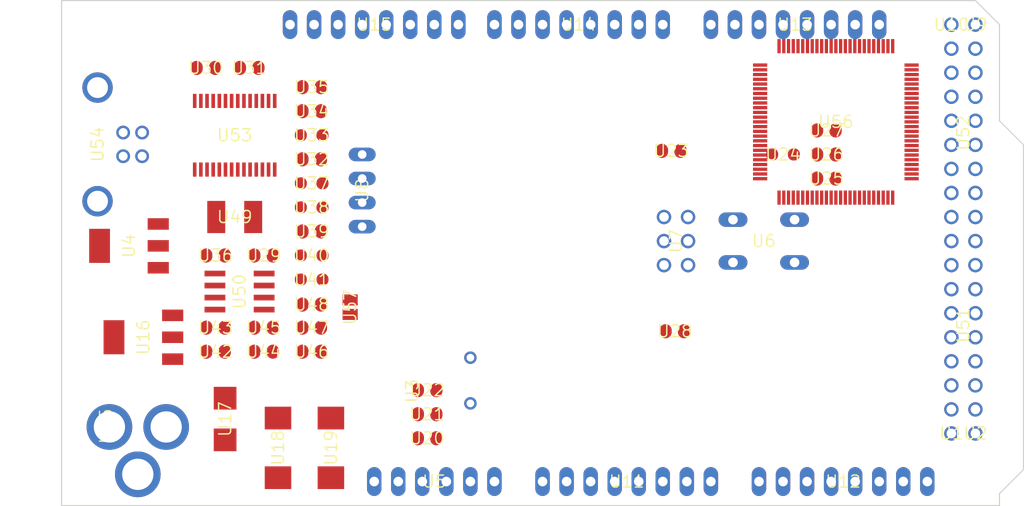
<source format=kicad_pcb>
(kicad_pcb (version 20221018) (generator pcbnew)
  (layers (0 "F.Cu" signal "Top") (31 "B.Cu" signal "Bottom") (34 "B.Paste" user) (35 "F.Paste" user) (36 "B.SilkS" user "B.Silkscreen") (37 "F.SilkS" user "F.Silkscreen") (38 "B.Mask" user) (39 "F.Mask" user) (44 "Edge.Cuts" user))
  (net 0 "")
  (net 1 "+5V")
  (net 2 "GND")
  (net 3 "N$6")
  (net 4 "N$7")
  (net 5 "AREF")
  (net 6 "RESET")
  (net 7 "VIN")
  (net 8 "N$3")
  (net 9 "PWRIN")
  (net 10 "M8RXD")
  (net 11 "M8TXD")
  (net 12 "ADC0")
  (net 13 "ADC2")
  (net 14 "ADC1")
  (net 15 "ADC3")
  (net 16 "ADC4")
  (net 17 "ADC5")
  (net 18 "ADC6")
  (net 19 "ADC7")
  (net 20 "+3V3")
  (net 21 "SDA")
  (net 22 "SCL")
  (net 23 "ADC9")
  (net 24 "ADC8")
  (net 25 "ADC10")
  (net 26 "ADC11")
  (net 27 "ADC12")
  (net 28 "ADC13")
  (net 29 "ADC14")
  (net 30 "ADC15")
  (net 31 "PB3")
  (net 32 "PB2")
  (net 33 "PB1")
  (net 34 "PB5")
  (net 35 "PB4")
  (net 36 "PE5")
  (net 37 "PE4")
  (net 38 "PE3")
  (net 39 "PE1")
  (net 40 "PE0")
  (net 41 "N$15")
  (net 42 "N$53")
  (net 43 "N$54")
  (net 44 "N$55")
  (net 45 "D-")
  (net 46 "D+")
  (net 47 "N$60")
  (net 48 "DTR")
  (net 49 "USBVCC")
  (net 50 "N$2")
  (net 51 "N$4")
  (net 52 "GATE_CMD")
  (net 53 "CMP")
  (net 54 "PB6")
  (net 55 "PH3")
  (net 56 "PH4")
  (net 57 "PH5")
  (net 58 "PH6")
  (net 59 "PG5")
  (net 60 "RXD1")
  (net 61 "TXD1")
  (net 62 "RXD2")
  (net 63 "RXD3")
  (net 64 "TXD2")
  (net 65 "TXD3")
  (net 66 "PC0")
  (net 67 "PC1")
  (net 68 "PC2")
  (net 69 "PC3")
  (net 70 "PC4")
  (net 71 "PC5")
  (net 72 "PC6")
  (net 73 "PC7")
  (net 74 "PB0")
  (net 75 "PG0")
  (net 76 "PG1")
  (net 77 "PG2")
  (net 78 "PD7")
  (net 79 "PA0")
  (net 80 "PA1")
  (net 81 "PA2")
  (net 82 "PA3")
  (net 83 "PA4")
  (net 84 "PA5")
  (net 85 "PA6")
  (net 86 "PA7")
  (net 87 "PL0")
  (net 88 "PL1")
  (net 89 "PL2")
  (net 90 "PL3")
  (net 91 "PL4")
  (net 92 "PL5")
  (net 93 "PL6")
  (net 94 "PL7")
  (net 95 "PB7")
  (net 96 "CTS")
  (net 97 "DSR")
  (net 98 "DCD")
  (net 99 "RI")
  (footprint "Arduino_MEGA_Reference_Design:2X03" (layer "F.Cu") (at 162.5981 103.7336 -90)
    (fp_text reference "U7")
    (fp_text value "")
  )
  (footprint "Arduino_MEGA_Reference_Design:1X08" (layer "F.Cu") (at 152.3111 80.8736 180)
    (fp_text reference "U14")
    (fp_text value "")
  )
  (footprint "Arduino_MEGA_Reference_Design:1X08" (layer "F.Cu") (at 130.7211 80.8736 180)
    (fp_text reference "U15")
    (fp_text value "")
  )
  (footprint "Arduino_MEGA_Reference_Design:SMC_D" (layer "F.Cu") (at 120.5611 125.5776 -90)
    (fp_text reference "U18")
    (fp_text value "")
  )
  (footprint "Arduino_MEGA_Reference_Design:SMC_D" (layer "F.Cu") (at 126.1491 125.5776 -90)
    (fp_text reference "U19")
    (fp_text value "")
  )
  (footprint "Arduino_MEGA_Reference_Design:B3F-10XX" (layer "F.Cu") (at 171.8691 103.7336 180)
    (fp_text reference "U6")
    (fp_text value "")
  )
  (footprint "Arduino_MEGA_Reference_Design:0805RND" (layer "F.Cu") (at 173.9011 94.5896 180)
    (fp_text reference "U24")
    (fp_text value "")
  )
  (footprint "Arduino_MEGA_Reference_Design:SMB" (layer "F.Cu") (at 114.9731 122.5296 -90)
    (fp_text reference "U17")
    (fp_text value "")
  )
  (footprint "Arduino_MEGA_Reference_Design:DC-21MM" (layer "F.Cu") (at 103.0351 123.2916 90)
    (fp_text reference "U55")
    (fp_text value "")
  )
  (footprint "Arduino_MEGA_Reference_Design:HC49_S" (layer "F.Cu") (at 140.8811 118.4656 90)
    (fp_text reference "U3")
    (fp_text value "")
  )
  (footprint "Arduino_MEGA_Reference_Design:SOT223" (layer "F.Cu") (at 106.3371 113.8936 90)
    (fp_text reference "U16")
    (fp_text value "")
  )
  (footprint "Arduino_MEGA_Reference_Design:1X06" (layer "F.Cu") (at 137.0711 129.1336)
    (fp_text reference "U5")
    (fp_text value "")
  )
  (footprint "Arduino_MEGA_Reference_Design:C0805RND" (layer "F.Cu") (at 124.1171 87.4776)
    (fp_text reference "U35")
    (fp_text value "")
  )
  (footprint "Arduino_MEGA_Reference_Design:C0805RND" (layer "F.Cu") (at 162.4711 113.2586)
    (fp_text reference "U28")
    (fp_text value "")
  )
  (footprint "Arduino_MEGA_Reference_Design:C0805RND" (layer "F.Cu") (at 136.3091 122.0216)
    (fp_text reference "U21")
    (fp_text value "")
  )
  (footprint "Arduino_MEGA_Reference_Design:C0805RND" (layer "F.Cu") (at 136.3091 119.4816)
    (fp_text reference "U22")
    (fp_text value "")
  )
  (footprint "Arduino_MEGA_Reference_Design:C0805RND" (layer "F.Cu") (at 113.9571 112.8776)
    (fp_text reference "U43")
    (fp_text value "")
  )
  (footprint "Arduino_MEGA_Reference_Design:RCL_0805RND" (layer "F.Cu") (at 124.1171 105.2576)
    (fp_text reference "U40")
    (fp_text value "")
  )
  (footprint "Arduino_MEGA_Reference_Design:RCL_0805RND" (layer "F.Cu") (at 124.1171 107.7976)
    (fp_text reference "U41")
    (fp_text value "")
  )
  (footprint "Arduino_MEGA_Reference_Design:1X08" (layer "F.Cu") (at 157.3911 129.1336)
    (fp_text reference "U11")
    (fp_text value "")
  )
  (footprint "Arduino_MEGA_Reference_Design:1X08" (layer "F.Cu") (at 175.1711 80.8736 180)
    (fp_text reference "U13")
    (fp_text value "")
  )
  (footprint "Arduino_MEGA_Reference_Design:R0805RND" (layer "F.Cu") (at 178.4731 94.5896 180)
    (fp_text reference "U26")
    (fp_text value "")
  )
  (footprint "Arduino_MEGA_Reference_Design:R0805RND" (layer "F.Cu") (at 178.4731 92.0496 180)
    (fp_text reference "U27")
    (fp_text value "")
  )
  (footprint "Arduino_MEGA_Reference_Design:TQFP100" (layer "F.Cu") (at 179.4821014404297 91.14759826660156 0)
    (fp_text reference "U56")
    (fp_text value "")
  )
  (footprint "Arduino_MEGA_Reference_Design:C0805RND" (layer "F.Cu") (at 162.0901 94.2086 180)
    (fp_text reference "U23")
    (fp_text value "")
  )
  (footprint "Arduino_MEGA_Reference_Design:C0805RND" (layer "F.Cu") (at 136.3091 124.5616)
    (fp_text reference "U20")
    (fp_text value "")
  )
  (footprint "Arduino_MEGA_Reference_Design:1X08" (layer "F.Cu") (at 180.2511 129.1336)
    (fp_text reference "U12")
    (fp_text value "")
  )
  (footprint "Arduino_MEGA_Reference_Design:R0805RND" (layer "F.Cu") (at 124.1171 112.8776)
    (fp_text reference "U47")
    (fp_text value "")
  )
  (footprint "Arduino_MEGA_Reference_Design:C0805RND" (layer "F.Cu") (at 124.1171 115.4176)
    (fp_text reference "U46")
    (fp_text value "")
  )
  (footprint "Arduino_MEGA_Reference_Design:C0805RND" (layer "F.Cu") (at 113.9571 105.2576)
    (fp_text reference "U36")
    (fp_text value "")
  )
  (footprint "Arduino_MEGA_Reference_Design:C0805RND" (layer "F.Cu") (at 112.9411 85.4456)
    (fp_text reference "U30")
    (fp_text value "")
  )
  (footprint "Arduino_MEGA_Reference_Design:0805RND" (layer "F.Cu") (at 124.1171 100.1776 180)
    (fp_text reference "U38")
    (fp_text value "")
  )
  (footprint "Arduino_MEGA_Reference_Design:0805RND" (layer "F.Cu") (at 124.1171 97.6376 180)
    (fp_text reference "U37")
    (fp_text value "")
  )
  (footprint "Arduino_MEGA_Reference_Design:R0805RND" (layer "F.Cu") (at 124.1171 95.0976)
    (fp_text reference "U32")
    (fp_text value "")
  )
  (footprint "Arduino_MEGA_Reference_Design:R0805RND" (layer "F.Cu") (at 124.1171 102.7176)
    (fp_text reference "U39")
    (fp_text value "")
  )
  (footprint "Arduino_MEGA_Reference_Design:SSOP28" (layer "F.Cu") (at 115.9891 92.5576)
    (fp_text reference "U53")
    (fp_text value "")
  )
  (footprint "Arduino_MEGA_Reference_Design:PN61729" (layer "F.Cu") (at 98.9584 93.5228 -90)
    (fp_text reference "U54")
    (fp_text value "")
  )
  (footprint "Arduino_MEGA_Reference_Design:L1812" (layer "F.Cu") (at 115.9891 101.1936)
    (fp_text reference "U49")
    (fp_text value "")
  )
  (footprint "Arduino_MEGA_Reference_Design:C0805RND" (layer "F.Cu") (at 117.5131 85.4456)
    (fp_text reference "U31")
    (fp_text value "")
  )
  (footprint "Arduino_MEGA_Reference_Design:0805RND" (layer "F.Cu") (at 124.1171 92.5576 180)
    (fp_text reference "U33")
    (fp_text value "")
  )
  (footprint "Arduino_MEGA_Reference_Design:R0805RND" (layer "F.Cu") (at 124.1171 90.0176 180)
    (fp_text reference "U34")
    (fp_text value "")
  )
  (footprint "Arduino_MEGA_Reference_Design:C0805RND" (layer "F.Cu") (at 124.1171 110.4392 180)
    (fp_text reference "U48")
    (fp_text value "")
  )
  (footprint "Arduino_MEGA_Reference_Design:SOT223" (layer "F.Cu") (at 104.8131 104.2416 90)
    (fp_text reference "U4")
    (fp_text value "")
  )
  (footprint "Arduino_MEGA_Reference_Design:SO08" (layer "F.Cu") (at 116.4971 109.0676 -90)
    (fp_text reference "U50")
    (fp_text value "")
  )
  (footprint "Arduino_MEGA_Reference_Design:R0805RND" (layer "F.Cu") (at 113.9571 115.4176 180)
    (fp_text reference "U42")
    (fp_text value "")
  )
  (footprint "Arduino_MEGA_Reference_Design:R0805RND" (layer "F.Cu") (at 119.0371 112.8776 180)
    (fp_text reference "U45")
    (fp_text value "")
  )
  (footprint "Arduino_MEGA_Reference_Design:C0805RND" (layer "F.Cu") (at 119.0371 115.4176 180)
    (fp_text reference "U44")
    (fp_text value "")
  )
  (footprint "Arduino_MEGA_Reference_Design:C0805RND" (layer "F.Cu") (at 119.0371 105.2576)
    (fp_text reference "U29")
    (fp_text value "")
  )
  (footprint "Arduino_MEGA_Reference_Design:2X08" (layer "F.Cu") (at 192.9511 92.3036 90)
    (fp_text reference "U52")
    (fp_text value "")
  )
  (footprint "Arduino_MEGA_Reference_Design:2X08" (layer "F.Cu") (at 192.9511 112.6236 90)
    (fp_text reference "U51")
    (fp_text value "")
  )
  (footprint "Arduino_MEGA_Reference_Design:R0805RND" (layer "F.Cu") (at 178.4731 97.1296 180)
    (fp_text reference "U25")
    (fp_text value "")
  )
  (footprint "Arduino_MEGA_Reference_Design:1X01" (layer "F.Cu") (at 191.6811 80.8736)
    (fp_text reference "U10")
    (fp_text value "")
  )
  (footprint "Arduino_MEGA_Reference_Design:1X01" (layer "F.Cu") (at 194.2211 80.8736)
    (fp_text reference "U9")
    (fp_text value "")
  )
  (footprint "Arduino_MEGA_Reference_Design:1X01" (layer "F.Cu") (at 191.6811 124.0536)
    (fp_text reference "U1")
    (fp_text value "")
  )
  (footprint "Arduino_MEGA_Reference_Design:1X01" (layer "F.Cu") (at 194.2211 124.0536)
    (fp_text reference "U2")
    (fp_text value "")
  )
  (footprint "Arduino_MEGA_Reference_Design:SJ" (layer "F.Cu") (at 128.1811 110.7186 -90)
    (fp_text reference "U57")
    (fp_text value "")
  )
  (footprint "Arduino_MEGA_Reference_Design:JP4" (layer "F.Cu") (at 129.4511 98.3996 -90)
    (fp_text reference "U8")
    (fp_text value "")
  )
  (gr_line (start 196.7611 80.8736) (end 196.7611 91.0336) (layer "Edge.Cuts") (width 0.12))
  (gr_line (start 196.7611 130.4036) (end 196.7611 131.6736) (layer "Edge.Cuts") (width 0.12))
  (gr_line (start 194.2211 78.3336) (end 196.7611 80.8736) (layer "Edge.Cuts") (width 0.12))
  (gr_line (start 97.7011 78.3336) (end 194.2211 78.3336) (layer "Edge.Cuts") (width 0.12))
  (gr_line (start 196.7611 91.0336) (end 199.3011 93.5736) (layer "Edge.Cuts") (width 0.12))
  (gr_line (start 97.7011 131.6736) (end 97.7011 78.3336) (layer "Edge.Cuts") (width 0.12))
  (gr_line (start 196.7611 131.6736) (end 97.7011 131.6736) (layer "Edge.Cuts") (width 0.12))
  (gr_line (start 199.3011 93.5736) (end 199.3011 127.8636) (layer "Edge.Cuts") (width 0.12))
  (gr_line (start 199.3011 127.8636) (end 196.7611 130.4036) (layer "Edge.Cuts") (width 0.12))
)
</source>
